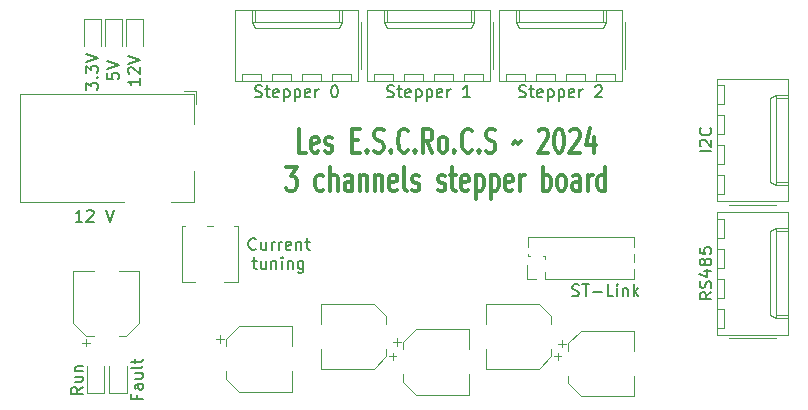
<source format=gbr>
%TF.GenerationSoftware,KiCad,Pcbnew,6.0.11+dfsg-1~bpo11+1*%
%TF.CreationDate,2023-06-12T22:03:45+02:00*%
%TF.ProjectId,motor_board_v3,6d6f746f-725f-4626-9f61-72645f76332e,rev?*%
%TF.SameCoordinates,PX87037a0PY50412a8*%
%TF.FileFunction,Legend,Top*%
%TF.FilePolarity,Positive*%
%FSLAX46Y46*%
G04 Gerber Fmt 4.6, Leading zero omitted, Abs format (unit mm)*
G04 Created by KiCad (PCBNEW 6.0.11+dfsg-1~bpo11+1) date 2023-06-12 22:03:45*
%MOMM*%
%LPD*%
G01*
G04 APERTURE LIST*
%ADD10C,0.300000*%
%ADD11C,0.150000*%
%ADD12C,0.120000*%
G04 APERTURE END LIST*
D10*
X10772333Y-7597761D02*
X10105666Y-7597761D01*
X10105666Y-5597761D01*
X11772333Y-7502523D02*
X11639000Y-7597761D01*
X11372333Y-7597761D01*
X11239000Y-7502523D01*
X11172333Y-7312047D01*
X11172333Y-6550142D01*
X11239000Y-6359666D01*
X11372333Y-6264428D01*
X11639000Y-6264428D01*
X11772333Y-6359666D01*
X11839000Y-6550142D01*
X11839000Y-6740619D01*
X11172333Y-6931095D01*
X12372333Y-7502523D02*
X12505666Y-7597761D01*
X12772333Y-7597761D01*
X12905666Y-7502523D01*
X12972333Y-7312047D01*
X12972333Y-7216809D01*
X12905666Y-7026333D01*
X12772333Y-6931095D01*
X12572333Y-6931095D01*
X12439000Y-6835857D01*
X12372333Y-6645380D01*
X12372333Y-6550142D01*
X12439000Y-6359666D01*
X12572333Y-6264428D01*
X12772333Y-6264428D01*
X12905666Y-6359666D01*
X14639000Y-6550142D02*
X15105666Y-6550142D01*
X15305666Y-7597761D02*
X14639000Y-7597761D01*
X14639000Y-5597761D01*
X15305666Y-5597761D01*
X15905666Y-7407285D02*
X15972333Y-7502523D01*
X15905666Y-7597761D01*
X15839000Y-7502523D01*
X15905666Y-7407285D01*
X15905666Y-7597761D01*
X16505666Y-7502523D02*
X16705666Y-7597761D01*
X17039000Y-7597761D01*
X17172333Y-7502523D01*
X17239000Y-7407285D01*
X17305666Y-7216809D01*
X17305666Y-7026333D01*
X17239000Y-6835857D01*
X17172333Y-6740619D01*
X17039000Y-6645380D01*
X16772333Y-6550142D01*
X16639000Y-6454904D01*
X16572333Y-6359666D01*
X16505666Y-6169190D01*
X16505666Y-5978714D01*
X16572333Y-5788238D01*
X16639000Y-5693000D01*
X16772333Y-5597761D01*
X17105666Y-5597761D01*
X17305666Y-5693000D01*
X17905666Y-7407285D02*
X17972333Y-7502523D01*
X17905666Y-7597761D01*
X17839000Y-7502523D01*
X17905666Y-7407285D01*
X17905666Y-7597761D01*
X19372333Y-7407285D02*
X19305666Y-7502523D01*
X19105666Y-7597761D01*
X18972333Y-7597761D01*
X18772333Y-7502523D01*
X18639000Y-7312047D01*
X18572333Y-7121571D01*
X18505666Y-6740619D01*
X18505666Y-6454904D01*
X18572333Y-6073952D01*
X18639000Y-5883476D01*
X18772333Y-5693000D01*
X18972333Y-5597761D01*
X19105666Y-5597761D01*
X19305666Y-5693000D01*
X19372333Y-5788238D01*
X19972333Y-7407285D02*
X20039000Y-7502523D01*
X19972333Y-7597761D01*
X19905666Y-7502523D01*
X19972333Y-7407285D01*
X19972333Y-7597761D01*
X21439000Y-7597761D02*
X20972333Y-6645380D01*
X20639000Y-7597761D02*
X20639000Y-5597761D01*
X21172333Y-5597761D01*
X21305666Y-5693000D01*
X21372333Y-5788238D01*
X21439000Y-5978714D01*
X21439000Y-6264428D01*
X21372333Y-6454904D01*
X21305666Y-6550142D01*
X21172333Y-6645380D01*
X20639000Y-6645380D01*
X22239000Y-7597761D02*
X22105666Y-7502523D01*
X22039000Y-7407285D01*
X21972333Y-7216809D01*
X21972333Y-6645380D01*
X22039000Y-6454904D01*
X22105666Y-6359666D01*
X22239000Y-6264428D01*
X22439000Y-6264428D01*
X22572333Y-6359666D01*
X22639000Y-6454904D01*
X22705666Y-6645380D01*
X22705666Y-7216809D01*
X22639000Y-7407285D01*
X22572333Y-7502523D01*
X22439000Y-7597761D01*
X22239000Y-7597761D01*
X23305666Y-7407285D02*
X23372333Y-7502523D01*
X23305666Y-7597761D01*
X23239000Y-7502523D01*
X23305666Y-7407285D01*
X23305666Y-7597761D01*
X24772333Y-7407285D02*
X24705666Y-7502523D01*
X24505666Y-7597761D01*
X24372333Y-7597761D01*
X24172333Y-7502523D01*
X24039000Y-7312047D01*
X23972333Y-7121571D01*
X23905666Y-6740619D01*
X23905666Y-6454904D01*
X23972333Y-6073952D01*
X24039000Y-5883476D01*
X24172333Y-5693000D01*
X24372333Y-5597761D01*
X24505666Y-5597761D01*
X24705666Y-5693000D01*
X24772333Y-5788238D01*
X25372333Y-7407285D02*
X25439000Y-7502523D01*
X25372333Y-7597761D01*
X25305666Y-7502523D01*
X25372333Y-7407285D01*
X25372333Y-7597761D01*
X25972333Y-7502523D02*
X26172333Y-7597761D01*
X26505666Y-7597761D01*
X26639000Y-7502523D01*
X26705666Y-7407285D01*
X26772333Y-7216809D01*
X26772333Y-7026333D01*
X26705666Y-6835857D01*
X26639000Y-6740619D01*
X26505666Y-6645380D01*
X26239000Y-6550142D01*
X26105666Y-6454904D01*
X26039000Y-6359666D01*
X25972333Y-6169190D01*
X25972333Y-5978714D01*
X26039000Y-5788238D01*
X26105666Y-5693000D01*
X26239000Y-5597761D01*
X26572333Y-5597761D01*
X26772333Y-5693000D01*
X28239000Y-6835857D02*
X28305666Y-6740619D01*
X28439000Y-6645380D01*
X28705666Y-6835857D01*
X28839000Y-6740619D01*
X28905666Y-6645380D01*
X30439000Y-5788238D02*
X30505666Y-5693000D01*
X30639000Y-5597761D01*
X30972333Y-5597761D01*
X31105666Y-5693000D01*
X31172333Y-5788238D01*
X31239000Y-5978714D01*
X31239000Y-6169190D01*
X31172333Y-6454904D01*
X30372333Y-7597761D01*
X31239000Y-7597761D01*
X32105666Y-5597761D02*
X32239000Y-5597761D01*
X32372333Y-5693000D01*
X32439000Y-5788238D01*
X32505666Y-5978714D01*
X32572333Y-6359666D01*
X32572333Y-6835857D01*
X32505666Y-7216809D01*
X32439000Y-7407285D01*
X32372333Y-7502523D01*
X32239000Y-7597761D01*
X32105666Y-7597761D01*
X31972333Y-7502523D01*
X31905666Y-7407285D01*
X31839000Y-7216809D01*
X31772333Y-6835857D01*
X31772333Y-6359666D01*
X31839000Y-5978714D01*
X31905666Y-5788238D01*
X31972333Y-5693000D01*
X32105666Y-5597761D01*
X33105666Y-5788238D02*
X33172333Y-5693000D01*
X33305666Y-5597761D01*
X33639000Y-5597761D01*
X33772333Y-5693000D01*
X33839000Y-5788238D01*
X33905666Y-5978714D01*
X33905666Y-6169190D01*
X33839000Y-6454904D01*
X33039000Y-7597761D01*
X33905666Y-7597761D01*
X35105666Y-6264428D02*
X35105666Y-7597761D01*
X34772333Y-5502523D02*
X34439000Y-6931095D01*
X35305666Y-6931095D01*
X9072333Y-8817761D02*
X9939000Y-8817761D01*
X9472333Y-9579666D01*
X9672333Y-9579666D01*
X9805666Y-9674904D01*
X9872333Y-9770142D01*
X9939000Y-9960619D01*
X9939000Y-10436809D01*
X9872333Y-10627285D01*
X9805666Y-10722523D01*
X9672333Y-10817761D01*
X9272333Y-10817761D01*
X9139000Y-10722523D01*
X9072333Y-10627285D01*
X12205666Y-10722523D02*
X12072333Y-10817761D01*
X11805666Y-10817761D01*
X11672333Y-10722523D01*
X11605666Y-10627285D01*
X11539000Y-10436809D01*
X11539000Y-9865380D01*
X11605666Y-9674904D01*
X11672333Y-9579666D01*
X11805666Y-9484428D01*
X12072333Y-9484428D01*
X12205666Y-9579666D01*
X12805666Y-10817761D02*
X12805666Y-8817761D01*
X13405666Y-10817761D02*
X13405666Y-9770142D01*
X13339000Y-9579666D01*
X13205666Y-9484428D01*
X13005666Y-9484428D01*
X12872333Y-9579666D01*
X12805666Y-9674904D01*
X14672333Y-10817761D02*
X14672333Y-9770142D01*
X14605666Y-9579666D01*
X14472333Y-9484428D01*
X14205666Y-9484428D01*
X14072333Y-9579666D01*
X14672333Y-10722523D02*
X14539000Y-10817761D01*
X14205666Y-10817761D01*
X14072333Y-10722523D01*
X14005666Y-10532047D01*
X14005666Y-10341571D01*
X14072333Y-10151095D01*
X14205666Y-10055857D01*
X14539000Y-10055857D01*
X14672333Y-9960619D01*
X15339000Y-9484428D02*
X15339000Y-10817761D01*
X15339000Y-9674904D02*
X15405666Y-9579666D01*
X15539000Y-9484428D01*
X15739000Y-9484428D01*
X15872333Y-9579666D01*
X15939000Y-9770142D01*
X15939000Y-10817761D01*
X16605666Y-9484428D02*
X16605666Y-10817761D01*
X16605666Y-9674904D02*
X16672333Y-9579666D01*
X16805666Y-9484428D01*
X17005666Y-9484428D01*
X17139000Y-9579666D01*
X17205666Y-9770142D01*
X17205666Y-10817761D01*
X18405666Y-10722523D02*
X18272333Y-10817761D01*
X18005666Y-10817761D01*
X17872333Y-10722523D01*
X17805666Y-10532047D01*
X17805666Y-9770142D01*
X17872333Y-9579666D01*
X18005666Y-9484428D01*
X18272333Y-9484428D01*
X18405666Y-9579666D01*
X18472333Y-9770142D01*
X18472333Y-9960619D01*
X17805666Y-10151095D01*
X19272333Y-10817761D02*
X19139000Y-10722523D01*
X19072333Y-10532047D01*
X19072333Y-8817761D01*
X19739000Y-10722523D02*
X19872333Y-10817761D01*
X20139000Y-10817761D01*
X20272333Y-10722523D01*
X20339000Y-10532047D01*
X20339000Y-10436809D01*
X20272333Y-10246333D01*
X20139000Y-10151095D01*
X19939000Y-10151095D01*
X19805666Y-10055857D01*
X19739000Y-9865380D01*
X19739000Y-9770142D01*
X19805666Y-9579666D01*
X19939000Y-9484428D01*
X20139000Y-9484428D01*
X20272333Y-9579666D01*
X21939000Y-10722523D02*
X22072333Y-10817761D01*
X22339000Y-10817761D01*
X22472333Y-10722523D01*
X22539000Y-10532047D01*
X22539000Y-10436809D01*
X22472333Y-10246333D01*
X22339000Y-10151095D01*
X22139000Y-10151095D01*
X22005666Y-10055857D01*
X21939000Y-9865380D01*
X21939000Y-9770142D01*
X22005666Y-9579666D01*
X22139000Y-9484428D01*
X22339000Y-9484428D01*
X22472333Y-9579666D01*
X22939000Y-9484428D02*
X23472333Y-9484428D01*
X23139000Y-8817761D02*
X23139000Y-10532047D01*
X23205666Y-10722523D01*
X23339000Y-10817761D01*
X23472333Y-10817761D01*
X24472333Y-10722523D02*
X24339000Y-10817761D01*
X24072333Y-10817761D01*
X23939000Y-10722523D01*
X23872333Y-10532047D01*
X23872333Y-9770142D01*
X23939000Y-9579666D01*
X24072333Y-9484428D01*
X24339000Y-9484428D01*
X24472333Y-9579666D01*
X24539000Y-9770142D01*
X24539000Y-9960619D01*
X23872333Y-10151095D01*
X25139000Y-9484428D02*
X25139000Y-11484428D01*
X25139000Y-9579666D02*
X25272333Y-9484428D01*
X25539000Y-9484428D01*
X25672333Y-9579666D01*
X25739000Y-9674904D01*
X25805666Y-9865380D01*
X25805666Y-10436809D01*
X25739000Y-10627285D01*
X25672333Y-10722523D01*
X25539000Y-10817761D01*
X25272333Y-10817761D01*
X25139000Y-10722523D01*
X26405666Y-9484428D02*
X26405666Y-11484428D01*
X26405666Y-9579666D02*
X26539000Y-9484428D01*
X26805666Y-9484428D01*
X26939000Y-9579666D01*
X27005666Y-9674904D01*
X27072333Y-9865380D01*
X27072333Y-10436809D01*
X27005666Y-10627285D01*
X26939000Y-10722523D01*
X26805666Y-10817761D01*
X26539000Y-10817761D01*
X26405666Y-10722523D01*
X28205666Y-10722523D02*
X28072333Y-10817761D01*
X27805666Y-10817761D01*
X27672333Y-10722523D01*
X27605666Y-10532047D01*
X27605666Y-9770142D01*
X27672333Y-9579666D01*
X27805666Y-9484428D01*
X28072333Y-9484428D01*
X28205666Y-9579666D01*
X28272333Y-9770142D01*
X28272333Y-9960619D01*
X27605666Y-10151095D01*
X28872333Y-10817761D02*
X28872333Y-9484428D01*
X28872333Y-9865380D02*
X28939000Y-9674904D01*
X29005666Y-9579666D01*
X29139000Y-9484428D01*
X29272333Y-9484428D01*
X30805666Y-10817761D02*
X30805666Y-8817761D01*
X30805666Y-9579666D02*
X30939000Y-9484428D01*
X31205666Y-9484428D01*
X31339000Y-9579666D01*
X31405666Y-9674904D01*
X31472333Y-9865380D01*
X31472333Y-10436809D01*
X31405666Y-10627285D01*
X31339000Y-10722523D01*
X31205666Y-10817761D01*
X30939000Y-10817761D01*
X30805666Y-10722523D01*
X32272333Y-10817761D02*
X32139000Y-10722523D01*
X32072333Y-10627285D01*
X32005666Y-10436809D01*
X32005666Y-9865380D01*
X32072333Y-9674904D01*
X32139000Y-9579666D01*
X32272333Y-9484428D01*
X32472333Y-9484428D01*
X32605666Y-9579666D01*
X32672333Y-9674904D01*
X32739000Y-9865380D01*
X32739000Y-10436809D01*
X32672333Y-10627285D01*
X32605666Y-10722523D01*
X32472333Y-10817761D01*
X32272333Y-10817761D01*
X33939000Y-10817761D02*
X33939000Y-9770142D01*
X33872333Y-9579666D01*
X33739000Y-9484428D01*
X33472333Y-9484428D01*
X33339000Y-9579666D01*
X33939000Y-10722523D02*
X33805666Y-10817761D01*
X33472333Y-10817761D01*
X33339000Y-10722523D01*
X33272333Y-10532047D01*
X33272333Y-10341571D01*
X33339000Y-10151095D01*
X33472333Y-10055857D01*
X33805666Y-10055857D01*
X33939000Y-9960619D01*
X34605666Y-10817761D02*
X34605666Y-9484428D01*
X34605666Y-9865380D02*
X34672333Y-9674904D01*
X34739000Y-9579666D01*
X34872333Y-9484428D01*
X35005666Y-9484428D01*
X36072333Y-10817761D02*
X36072333Y-8817761D01*
X36072333Y-10722523D02*
X35939000Y-10817761D01*
X35672333Y-10817761D01*
X35539000Y-10722523D01*
X35472333Y-10627285D01*
X35405666Y-10436809D01*
X35405666Y-9865380D01*
X35472333Y-9674904D01*
X35539000Y-9579666D01*
X35672333Y-9484428D01*
X35939000Y-9484428D01*
X36072333Y-9579666D01*
D11*
X45062380Y-19423238D02*
X44586190Y-19756571D01*
X45062380Y-19994666D02*
X44062380Y-19994666D01*
X44062380Y-19613714D01*
X44110000Y-19518476D01*
X44157619Y-19470857D01*
X44252857Y-19423238D01*
X44395714Y-19423238D01*
X44490952Y-19470857D01*
X44538571Y-19518476D01*
X44586190Y-19613714D01*
X44586190Y-19994666D01*
X45014761Y-19042285D02*
X45062380Y-18899428D01*
X45062380Y-18661333D01*
X45014761Y-18566095D01*
X44967142Y-18518476D01*
X44871904Y-18470857D01*
X44776666Y-18470857D01*
X44681428Y-18518476D01*
X44633809Y-18566095D01*
X44586190Y-18661333D01*
X44538571Y-18851809D01*
X44490952Y-18947047D01*
X44443333Y-18994666D01*
X44348095Y-19042285D01*
X44252857Y-19042285D01*
X44157619Y-18994666D01*
X44110000Y-18947047D01*
X44062380Y-18851809D01*
X44062380Y-18613714D01*
X44110000Y-18470857D01*
X44395714Y-17613714D02*
X45062380Y-17613714D01*
X44014761Y-17851809D02*
X44729047Y-18089904D01*
X44729047Y-17470857D01*
X44490952Y-16947047D02*
X44443333Y-17042285D01*
X44395714Y-17089904D01*
X44300476Y-17137523D01*
X44252857Y-17137523D01*
X44157619Y-17089904D01*
X44110000Y-17042285D01*
X44062380Y-16947047D01*
X44062380Y-16756571D01*
X44110000Y-16661333D01*
X44157619Y-16613714D01*
X44252857Y-16566095D01*
X44300476Y-16566095D01*
X44395714Y-16613714D01*
X44443333Y-16661333D01*
X44490952Y-16756571D01*
X44490952Y-16947047D01*
X44538571Y-17042285D01*
X44586190Y-17089904D01*
X44681428Y-17137523D01*
X44871904Y-17137523D01*
X44967142Y-17089904D01*
X45014761Y-17042285D01*
X45062380Y-16947047D01*
X45062380Y-16756571D01*
X45014761Y-16661333D01*
X44967142Y-16613714D01*
X44871904Y-16566095D01*
X44681428Y-16566095D01*
X44586190Y-16613714D01*
X44538571Y-16661333D01*
X44490952Y-16756571D01*
X44062380Y-15661333D02*
X44062380Y-16137523D01*
X44538571Y-16185142D01*
X44490952Y-16137523D01*
X44443333Y-16042285D01*
X44443333Y-15804190D01*
X44490952Y-15708952D01*
X44538571Y-15661333D01*
X44633809Y-15613714D01*
X44871904Y-15613714D01*
X44967142Y-15661333D01*
X45014761Y-15708952D01*
X45062380Y-15804190D01*
X45062380Y-16042285D01*
X45014761Y-16137523D01*
X44967142Y-16185142D01*
X45062380Y-7501190D02*
X44062380Y-7501190D01*
X44157619Y-7072619D02*
X44110000Y-7025000D01*
X44062380Y-6929761D01*
X44062380Y-6691666D01*
X44110000Y-6596428D01*
X44157619Y-6548809D01*
X44252857Y-6501190D01*
X44348095Y-6501190D01*
X44490952Y-6548809D01*
X45062380Y-7120238D01*
X45062380Y-6501190D01*
X44967142Y-5501190D02*
X45014761Y-5548809D01*
X45062380Y-5691666D01*
X45062380Y-5786904D01*
X45014761Y-5929761D01*
X44919523Y-6025000D01*
X44824285Y-6072619D01*
X44633809Y-6120238D01*
X44490952Y-6120238D01*
X44300476Y-6072619D01*
X44205238Y-6025000D01*
X44110000Y-5929761D01*
X44062380Y-5786904D01*
X44062380Y-5691666D01*
X44110000Y-5548809D01*
X44157619Y-5501190D01*
X33282285Y-19708761D02*
X33425142Y-19756380D01*
X33663238Y-19756380D01*
X33758476Y-19708761D01*
X33806095Y-19661142D01*
X33853714Y-19565904D01*
X33853714Y-19470666D01*
X33806095Y-19375428D01*
X33758476Y-19327809D01*
X33663238Y-19280190D01*
X33472761Y-19232571D01*
X33377523Y-19184952D01*
X33329904Y-19137333D01*
X33282285Y-19042095D01*
X33282285Y-18946857D01*
X33329904Y-18851619D01*
X33377523Y-18804000D01*
X33472761Y-18756380D01*
X33710857Y-18756380D01*
X33853714Y-18804000D01*
X34139428Y-18756380D02*
X34710857Y-18756380D01*
X34425142Y-19756380D02*
X34425142Y-18756380D01*
X35044190Y-19375428D02*
X35806095Y-19375428D01*
X36758476Y-19756380D02*
X36282285Y-19756380D01*
X36282285Y-18756380D01*
X37091809Y-19756380D02*
X37091809Y-19089714D01*
X37091809Y-18756380D02*
X37044190Y-18804000D01*
X37091809Y-18851619D01*
X37139428Y-18804000D01*
X37091809Y-18756380D01*
X37091809Y-18851619D01*
X37568000Y-19089714D02*
X37568000Y-19756380D01*
X37568000Y-19184952D02*
X37615619Y-19137333D01*
X37710857Y-19089714D01*
X37853714Y-19089714D01*
X37948952Y-19137333D01*
X37996571Y-19232571D01*
X37996571Y-19756380D01*
X38472761Y-19756380D02*
X38472761Y-18756380D01*
X38568000Y-19375428D02*
X38853714Y-19756380D01*
X38853714Y-19089714D02*
X38472761Y-19470666D01*
X6486428Y-15729142D02*
X6438809Y-15776761D01*
X6295952Y-15824380D01*
X6200714Y-15824380D01*
X6057857Y-15776761D01*
X5962619Y-15681523D01*
X5915000Y-15586285D01*
X5867380Y-15395809D01*
X5867380Y-15252952D01*
X5915000Y-15062476D01*
X5962619Y-14967238D01*
X6057857Y-14872000D01*
X6200714Y-14824380D01*
X6295952Y-14824380D01*
X6438809Y-14872000D01*
X6486428Y-14919619D01*
X7343571Y-15157714D02*
X7343571Y-15824380D01*
X6915000Y-15157714D02*
X6915000Y-15681523D01*
X6962619Y-15776761D01*
X7057857Y-15824380D01*
X7200714Y-15824380D01*
X7295952Y-15776761D01*
X7343571Y-15729142D01*
X7819761Y-15824380D02*
X7819761Y-15157714D01*
X7819761Y-15348190D02*
X7867380Y-15252952D01*
X7915000Y-15205333D01*
X8010238Y-15157714D01*
X8105476Y-15157714D01*
X8438809Y-15824380D02*
X8438809Y-15157714D01*
X8438809Y-15348190D02*
X8486428Y-15252952D01*
X8534047Y-15205333D01*
X8629285Y-15157714D01*
X8724523Y-15157714D01*
X9438809Y-15776761D02*
X9343571Y-15824380D01*
X9153095Y-15824380D01*
X9057857Y-15776761D01*
X9010238Y-15681523D01*
X9010238Y-15300571D01*
X9057857Y-15205333D01*
X9153095Y-15157714D01*
X9343571Y-15157714D01*
X9438809Y-15205333D01*
X9486428Y-15300571D01*
X9486428Y-15395809D01*
X9010238Y-15491047D01*
X9915000Y-15157714D02*
X9915000Y-15824380D01*
X9915000Y-15252952D02*
X9962619Y-15205333D01*
X10057857Y-15157714D01*
X10200714Y-15157714D01*
X10295952Y-15205333D01*
X10343571Y-15300571D01*
X10343571Y-15824380D01*
X10676904Y-15157714D02*
X11057857Y-15157714D01*
X10819761Y-14824380D02*
X10819761Y-15681523D01*
X10867380Y-15776761D01*
X10962619Y-15824380D01*
X11057857Y-15824380D01*
X6176904Y-16767714D02*
X6557857Y-16767714D01*
X6319761Y-16434380D02*
X6319761Y-17291523D01*
X6367380Y-17386761D01*
X6462619Y-17434380D01*
X6557857Y-17434380D01*
X7319761Y-16767714D02*
X7319761Y-17434380D01*
X6891190Y-16767714D02*
X6891190Y-17291523D01*
X6938809Y-17386761D01*
X7034047Y-17434380D01*
X7176904Y-17434380D01*
X7272142Y-17386761D01*
X7319761Y-17339142D01*
X7795952Y-16767714D02*
X7795952Y-17434380D01*
X7795952Y-16862952D02*
X7843571Y-16815333D01*
X7938809Y-16767714D01*
X8081666Y-16767714D01*
X8176904Y-16815333D01*
X8224523Y-16910571D01*
X8224523Y-17434380D01*
X8700714Y-17434380D02*
X8700714Y-16767714D01*
X8700714Y-16434380D02*
X8653095Y-16482000D01*
X8700714Y-16529619D01*
X8748333Y-16482000D01*
X8700714Y-16434380D01*
X8700714Y-16529619D01*
X9176904Y-16767714D02*
X9176904Y-17434380D01*
X9176904Y-16862952D02*
X9224523Y-16815333D01*
X9319761Y-16767714D01*
X9462619Y-16767714D01*
X9557857Y-16815333D01*
X9605476Y-16910571D01*
X9605476Y-17434380D01*
X10510238Y-16767714D02*
X10510238Y-17577238D01*
X10462619Y-17672476D01*
X10415000Y-17720095D01*
X10319761Y-17767714D01*
X10176904Y-17767714D01*
X10081666Y-17720095D01*
X10510238Y-17386761D02*
X10415000Y-17434380D01*
X10224523Y-17434380D01*
X10129285Y-17386761D01*
X10081666Y-17339142D01*
X10034047Y-17243904D01*
X10034047Y-16958190D01*
X10081666Y-16862952D01*
X10129285Y-16815333D01*
X10224523Y-16767714D01*
X10415000Y-16767714D01*
X10510238Y-16815333D01*
X-3594429Y-28154523D02*
X-3594429Y-28487857D01*
X-3070620Y-28487857D02*
X-4070620Y-28487857D01*
X-4070620Y-28011666D01*
X-3070620Y-27202142D02*
X-3594429Y-27202142D01*
X-3689667Y-27249761D01*
X-3737286Y-27345000D01*
X-3737286Y-27535476D01*
X-3689667Y-27630714D01*
X-3118239Y-27202142D02*
X-3070620Y-27297380D01*
X-3070620Y-27535476D01*
X-3118239Y-27630714D01*
X-3213477Y-27678333D01*
X-3308715Y-27678333D01*
X-3403953Y-27630714D01*
X-3451572Y-27535476D01*
X-3451572Y-27297380D01*
X-3499191Y-27202142D01*
X-3737286Y-26297380D02*
X-3070620Y-26297380D01*
X-3737286Y-26725952D02*
X-3213477Y-26725952D01*
X-3118239Y-26678333D01*
X-3070620Y-26583095D01*
X-3070620Y-26440238D01*
X-3118239Y-26345000D01*
X-3165858Y-26297380D01*
X-3070620Y-25678333D02*
X-3118239Y-25773571D01*
X-3213477Y-25821190D01*
X-4070620Y-25821190D01*
X-3737286Y-25440238D02*
X-3737286Y-25059285D01*
X-4070620Y-25297380D02*
X-3213477Y-25297380D01*
X-3118239Y-25249761D01*
X-3070620Y-25154523D01*
X-3070620Y-25059285D01*
X-8150620Y-27440238D02*
X-8626810Y-27773571D01*
X-8150620Y-28011666D02*
X-9150620Y-28011666D01*
X-9150620Y-27630714D01*
X-9103000Y-27535476D01*
X-9055381Y-27487857D01*
X-8960143Y-27440238D01*
X-8817286Y-27440238D01*
X-8722048Y-27487857D01*
X-8674429Y-27535476D01*
X-8626810Y-27630714D01*
X-8626810Y-28011666D01*
X-8817286Y-26583095D02*
X-8150620Y-26583095D01*
X-8817286Y-27011666D02*
X-8293477Y-27011666D01*
X-8198239Y-26964047D01*
X-8150620Y-26868809D01*
X-8150620Y-26725952D01*
X-8198239Y-26630714D01*
X-8245858Y-26583095D01*
X-8817286Y-26106904D02*
X-8150620Y-26106904D01*
X-8722048Y-26106904D02*
X-8769667Y-26059285D01*
X-8817286Y-25964047D01*
X-8817286Y-25821190D01*
X-8769667Y-25725952D01*
X-8674429Y-25678333D01*
X-8150620Y-25678333D01*
X-3324620Y-1302047D02*
X-3324620Y-1873476D01*
X-3324620Y-1587761D02*
X-4324620Y-1587761D01*
X-4181762Y-1683000D01*
X-4086524Y-1778238D01*
X-4038905Y-1873476D01*
X-4229381Y-921095D02*
X-4277000Y-873476D01*
X-4324620Y-778238D01*
X-4324620Y-540142D01*
X-4277000Y-444904D01*
X-4229381Y-397285D01*
X-4134143Y-349666D01*
X-4038905Y-349666D01*
X-3896048Y-397285D01*
X-3324620Y-968714D01*
X-3324620Y-349666D01*
X-4324620Y-63952D02*
X-3324620Y269381D01*
X-4324620Y602715D01*
X-6102620Y-873476D02*
X-6102620Y-1349666D01*
X-5626429Y-1397285D01*
X-5674048Y-1349666D01*
X-5721667Y-1254428D01*
X-5721667Y-1016333D01*
X-5674048Y-921095D01*
X-5626429Y-873476D01*
X-5531191Y-825857D01*
X-5293096Y-825857D01*
X-5197858Y-873476D01*
X-5150239Y-921095D01*
X-5102620Y-1016333D01*
X-5102620Y-1254428D01*
X-5150239Y-1349666D01*
X-5197858Y-1397285D01*
X-6102620Y-540142D02*
X-5102620Y-206809D01*
X-6102620Y126524D01*
X-7880620Y-2286190D02*
X-7880620Y-1667142D01*
X-7499667Y-2000476D01*
X-7499667Y-1857619D01*
X-7452048Y-1762380D01*
X-7404429Y-1714761D01*
X-7309191Y-1667142D01*
X-7071096Y-1667142D01*
X-6975858Y-1714761D01*
X-6928239Y-1762380D01*
X-6880620Y-1857619D01*
X-6880620Y-2143333D01*
X-6928239Y-2238571D01*
X-6975858Y-2286190D01*
X-6975858Y-1238571D02*
X-6928239Y-1190952D01*
X-6880620Y-1238571D01*
X-6928239Y-1286190D01*
X-6975858Y-1238571D01*
X-6880620Y-1238571D01*
X-7880620Y-857619D02*
X-7880620Y-238571D01*
X-7499667Y-571904D01*
X-7499667Y-429047D01*
X-7452048Y-333809D01*
X-7404429Y-286190D01*
X-7309191Y-238571D01*
X-7071096Y-238571D01*
X-6975858Y-286190D01*
X-6928239Y-333809D01*
X-6880620Y-429047D01*
X-6880620Y-714761D01*
X-6928239Y-810000D01*
X-6975858Y-857619D01*
X-7880620Y47143D02*
X-6880620Y380477D01*
X-7880620Y713810D01*
X-8206000Y-13454380D02*
X-8777429Y-13454380D01*
X-8491715Y-13454380D02*
X-8491715Y-12454380D01*
X-8586953Y-12597238D01*
X-8682191Y-12692476D01*
X-8777429Y-12740095D01*
X-7825048Y-12549619D02*
X-7777429Y-12502000D01*
X-7682191Y-12454380D01*
X-7444096Y-12454380D01*
X-7348858Y-12502000D01*
X-7301239Y-12549619D01*
X-7253620Y-12644857D01*
X-7253620Y-12740095D01*
X-7301239Y-12882952D01*
X-7872667Y-13454380D01*
X-7253620Y-13454380D01*
X-6206000Y-12454380D02*
X-5872667Y-13454380D01*
X-5539334Y-12454380D01*
X28791000Y-2865761D02*
X28933857Y-2913380D01*
X29171952Y-2913380D01*
X29267190Y-2865761D01*
X29314809Y-2818142D01*
X29362428Y-2722904D01*
X29362428Y-2627666D01*
X29314809Y-2532428D01*
X29267190Y-2484809D01*
X29171952Y-2437190D01*
X28981476Y-2389571D01*
X28886238Y-2341952D01*
X28838619Y-2294333D01*
X28791000Y-2199095D01*
X28791000Y-2103857D01*
X28838619Y-2008619D01*
X28886238Y-1961000D01*
X28981476Y-1913380D01*
X29219571Y-1913380D01*
X29362428Y-1961000D01*
X29648142Y-2246714D02*
X30029095Y-2246714D01*
X29791000Y-1913380D02*
X29791000Y-2770523D01*
X29838619Y-2865761D01*
X29933857Y-2913380D01*
X30029095Y-2913380D01*
X30743380Y-2865761D02*
X30648142Y-2913380D01*
X30457666Y-2913380D01*
X30362428Y-2865761D01*
X30314809Y-2770523D01*
X30314809Y-2389571D01*
X30362428Y-2294333D01*
X30457666Y-2246714D01*
X30648142Y-2246714D01*
X30743380Y-2294333D01*
X30791000Y-2389571D01*
X30791000Y-2484809D01*
X30314809Y-2580047D01*
X31219571Y-2246714D02*
X31219571Y-3246714D01*
X31219571Y-2294333D02*
X31314809Y-2246714D01*
X31505285Y-2246714D01*
X31600523Y-2294333D01*
X31648142Y-2341952D01*
X31695761Y-2437190D01*
X31695761Y-2722904D01*
X31648142Y-2818142D01*
X31600523Y-2865761D01*
X31505285Y-2913380D01*
X31314809Y-2913380D01*
X31219571Y-2865761D01*
X32124333Y-2246714D02*
X32124333Y-3246714D01*
X32124333Y-2294333D02*
X32219571Y-2246714D01*
X32410047Y-2246714D01*
X32505285Y-2294333D01*
X32552904Y-2341952D01*
X32600523Y-2437190D01*
X32600523Y-2722904D01*
X32552904Y-2818142D01*
X32505285Y-2865761D01*
X32410047Y-2913380D01*
X32219571Y-2913380D01*
X32124333Y-2865761D01*
X33410047Y-2865761D02*
X33314809Y-2913380D01*
X33124333Y-2913380D01*
X33029095Y-2865761D01*
X32981476Y-2770523D01*
X32981476Y-2389571D01*
X33029095Y-2294333D01*
X33124333Y-2246714D01*
X33314809Y-2246714D01*
X33410047Y-2294333D01*
X33457666Y-2389571D01*
X33457666Y-2484809D01*
X32981476Y-2580047D01*
X33886238Y-2913380D02*
X33886238Y-2246714D01*
X33886238Y-2437190D02*
X33933857Y-2341952D01*
X33981476Y-2294333D01*
X34076714Y-2246714D01*
X34171952Y-2246714D01*
X35219571Y-2008619D02*
X35267190Y-1961000D01*
X35362428Y-1913380D01*
X35600523Y-1913380D01*
X35695761Y-1961000D01*
X35743380Y-2008619D01*
X35791000Y-2103857D01*
X35791000Y-2199095D01*
X35743380Y-2341952D01*
X35171952Y-2913380D01*
X35791000Y-2913380D01*
X17615000Y-2865761D02*
X17757857Y-2913380D01*
X17995952Y-2913380D01*
X18091190Y-2865761D01*
X18138809Y-2818142D01*
X18186428Y-2722904D01*
X18186428Y-2627666D01*
X18138809Y-2532428D01*
X18091190Y-2484809D01*
X17995952Y-2437190D01*
X17805476Y-2389571D01*
X17710238Y-2341952D01*
X17662619Y-2294333D01*
X17615000Y-2199095D01*
X17615000Y-2103857D01*
X17662619Y-2008619D01*
X17710238Y-1961000D01*
X17805476Y-1913380D01*
X18043571Y-1913380D01*
X18186428Y-1961000D01*
X18472142Y-2246714D02*
X18853095Y-2246714D01*
X18615000Y-1913380D02*
X18615000Y-2770523D01*
X18662619Y-2865761D01*
X18757857Y-2913380D01*
X18853095Y-2913380D01*
X19567380Y-2865761D02*
X19472142Y-2913380D01*
X19281666Y-2913380D01*
X19186428Y-2865761D01*
X19138809Y-2770523D01*
X19138809Y-2389571D01*
X19186428Y-2294333D01*
X19281666Y-2246714D01*
X19472142Y-2246714D01*
X19567380Y-2294333D01*
X19615000Y-2389571D01*
X19615000Y-2484809D01*
X19138809Y-2580047D01*
X20043571Y-2246714D02*
X20043571Y-3246714D01*
X20043571Y-2294333D02*
X20138809Y-2246714D01*
X20329285Y-2246714D01*
X20424523Y-2294333D01*
X20472142Y-2341952D01*
X20519761Y-2437190D01*
X20519761Y-2722904D01*
X20472142Y-2818142D01*
X20424523Y-2865761D01*
X20329285Y-2913380D01*
X20138809Y-2913380D01*
X20043571Y-2865761D01*
X20948333Y-2246714D02*
X20948333Y-3246714D01*
X20948333Y-2294333D02*
X21043571Y-2246714D01*
X21234047Y-2246714D01*
X21329285Y-2294333D01*
X21376904Y-2341952D01*
X21424523Y-2437190D01*
X21424523Y-2722904D01*
X21376904Y-2818142D01*
X21329285Y-2865761D01*
X21234047Y-2913380D01*
X21043571Y-2913380D01*
X20948333Y-2865761D01*
X22234047Y-2865761D02*
X22138809Y-2913380D01*
X21948333Y-2913380D01*
X21853095Y-2865761D01*
X21805476Y-2770523D01*
X21805476Y-2389571D01*
X21853095Y-2294333D01*
X21948333Y-2246714D01*
X22138809Y-2246714D01*
X22234047Y-2294333D01*
X22281666Y-2389571D01*
X22281666Y-2484809D01*
X21805476Y-2580047D01*
X22710238Y-2913380D02*
X22710238Y-2246714D01*
X22710238Y-2437190D02*
X22757857Y-2341952D01*
X22805476Y-2294333D01*
X22900714Y-2246714D01*
X22995952Y-2246714D01*
X24615000Y-2913380D02*
X24043571Y-2913380D01*
X24329285Y-2913380D02*
X24329285Y-1913380D01*
X24234047Y-2056238D01*
X24138809Y-2151476D01*
X24043571Y-2199095D01*
X6439000Y-2865761D02*
X6581857Y-2913380D01*
X6819952Y-2913380D01*
X6915190Y-2865761D01*
X6962809Y-2818142D01*
X7010428Y-2722904D01*
X7010428Y-2627666D01*
X6962809Y-2532428D01*
X6915190Y-2484809D01*
X6819952Y-2437190D01*
X6629476Y-2389571D01*
X6534238Y-2341952D01*
X6486619Y-2294333D01*
X6439000Y-2199095D01*
X6439000Y-2103857D01*
X6486619Y-2008619D01*
X6534238Y-1961000D01*
X6629476Y-1913380D01*
X6867571Y-1913380D01*
X7010428Y-1961000D01*
X7296142Y-2246714D02*
X7677095Y-2246714D01*
X7439000Y-1913380D02*
X7439000Y-2770523D01*
X7486619Y-2865761D01*
X7581857Y-2913380D01*
X7677095Y-2913380D01*
X8391380Y-2865761D02*
X8296142Y-2913380D01*
X8105666Y-2913380D01*
X8010428Y-2865761D01*
X7962809Y-2770523D01*
X7962809Y-2389571D01*
X8010428Y-2294333D01*
X8105666Y-2246714D01*
X8296142Y-2246714D01*
X8391380Y-2294333D01*
X8439000Y-2389571D01*
X8439000Y-2484809D01*
X7962809Y-2580047D01*
X8867571Y-2246714D02*
X8867571Y-3246714D01*
X8867571Y-2294333D02*
X8962809Y-2246714D01*
X9153285Y-2246714D01*
X9248523Y-2294333D01*
X9296142Y-2341952D01*
X9343761Y-2437190D01*
X9343761Y-2722904D01*
X9296142Y-2818142D01*
X9248523Y-2865761D01*
X9153285Y-2913380D01*
X8962809Y-2913380D01*
X8867571Y-2865761D01*
X9772333Y-2246714D02*
X9772333Y-3246714D01*
X9772333Y-2294333D02*
X9867571Y-2246714D01*
X10058047Y-2246714D01*
X10153285Y-2294333D01*
X10200904Y-2341952D01*
X10248523Y-2437190D01*
X10248523Y-2722904D01*
X10200904Y-2818142D01*
X10153285Y-2865761D01*
X10058047Y-2913380D01*
X9867571Y-2913380D01*
X9772333Y-2865761D01*
X11058047Y-2865761D02*
X10962809Y-2913380D01*
X10772333Y-2913380D01*
X10677095Y-2865761D01*
X10629476Y-2770523D01*
X10629476Y-2389571D01*
X10677095Y-2294333D01*
X10772333Y-2246714D01*
X10962809Y-2246714D01*
X11058047Y-2294333D01*
X11105666Y-2389571D01*
X11105666Y-2484809D01*
X10629476Y-2580047D01*
X11534238Y-2913380D02*
X11534238Y-2246714D01*
X11534238Y-2437190D02*
X11581857Y-2341952D01*
X11629476Y-2294333D01*
X11724714Y-2246714D01*
X11819952Y-2246714D01*
X13105666Y-1913380D02*
X13200904Y-1913380D01*
X13296142Y-1961000D01*
X13343761Y-2008619D01*
X13391380Y-2103857D01*
X13439000Y-2294333D01*
X13439000Y-2532428D01*
X13391380Y-2722904D01*
X13343761Y-2818142D01*
X13296142Y-2865761D01*
X13200904Y-2913380D01*
X13105666Y-2913380D01*
X13010428Y-2865761D01*
X12962809Y-2818142D01*
X12915190Y-2722904D01*
X12867571Y-2532428D01*
X12867571Y-2294333D01*
X12915190Y-2103857D01*
X12962809Y-2008619D01*
X13010428Y-1961000D01*
X13105666Y-1913380D01*
D12*
%TO.C,J1*%
X38541000Y-18275000D02*
X38541000Y-17452530D01*
X30226000Y-18275000D02*
X29466000Y-18275000D01*
X30986000Y-16581529D02*
X30986000Y-16438471D01*
X30986000Y-18275000D02*
X30986000Y-17708471D01*
X29531000Y-15567470D02*
X29531000Y-14745000D01*
X29531000Y-16385000D02*
X29531000Y-16182530D01*
X29466000Y-18275000D02*
X29466000Y-17145000D01*
X29662529Y-16385000D02*
X29531000Y-16385000D01*
X29531000Y-14745000D02*
X38541000Y-14745000D01*
X30986000Y-18275000D02*
X38541000Y-18275000D01*
X30932529Y-16385000D02*
X30789471Y-16385000D01*
X38541000Y-15567470D02*
X38541000Y-14745000D01*
X38541000Y-16837470D02*
X38541000Y-16182530D01*
%TO.C,D3*%
X-4820000Y3723000D02*
X-6290000Y3723000D01*
X-6290000Y3723000D02*
X-6290000Y1438000D01*
X-4820000Y1438000D02*
X-4820000Y3723000D01*
%TO.C,D1*%
X-4439000Y-27949000D02*
X-4439000Y-25664000D01*
X-5909000Y-25664000D02*
X-5909000Y-27949000D01*
X-5909000Y-27949000D02*
X-4439000Y-27949000D01*
%TO.C,J6*%
X25725000Y-1534000D02*
X25725000Y-934000D01*
X24675000Y4486000D02*
X24675000Y3486000D01*
X24675000Y2956000D02*
X17555000Y2956000D01*
X26305000Y4486000D02*
X15925000Y4486000D01*
X19045000Y-934000D02*
X19045000Y-1534000D01*
X26305000Y-1534000D02*
X26305000Y4486000D01*
X17555000Y2956000D02*
X17305000Y3486000D01*
X15925000Y-1534000D02*
X26305000Y-1534000D01*
X24125000Y-934000D02*
X24125000Y-1534000D01*
X16505000Y-934000D02*
X16505000Y-1534000D01*
X20645000Y-934000D02*
X19045000Y-934000D01*
X24925000Y3486000D02*
X17305000Y3486000D01*
X24925000Y3486000D02*
X24675000Y2956000D01*
X21585000Y-934000D02*
X21585000Y-1534000D01*
X18105000Y-934000D02*
X16505000Y-934000D01*
X15925000Y4486000D02*
X15925000Y-1534000D01*
X20645000Y-1534000D02*
X20645000Y-934000D01*
X26595000Y-504000D02*
X26595000Y3496000D01*
X23185000Y-1534000D02*
X23185000Y-934000D01*
X17555000Y4486000D02*
X17555000Y3486000D01*
X23185000Y-934000D02*
X21585000Y-934000D01*
X17305000Y3486000D02*
X17305000Y4486000D01*
X18105000Y-1534000D02*
X18105000Y-934000D01*
X25725000Y-934000D02*
X24125000Y-934000D01*
X24925000Y4486000D02*
X24925000Y3486000D01*
%TO.C,C5*%
X-7875000Y-23993000D02*
X-7875000Y-23368000D01*
X-8950000Y-22063563D02*
X-8950000Y-17608000D01*
X-8950000Y-17608000D02*
X-7250000Y-17608000D01*
X-8187500Y-23680500D02*
X-7562500Y-23680500D01*
X-4494437Y-23128000D02*
X-5130000Y-23128000D01*
X-7885563Y-23128000D02*
X-7250000Y-23128000D01*
X-3430000Y-22063563D02*
X-3430000Y-17608000D01*
X-7885563Y-23128000D02*
X-8950000Y-22063563D01*
X-3430000Y-17608000D02*
X-5130000Y-17608000D01*
X-4494437Y-23128000D02*
X-3430000Y-22063563D01*
%TO.C,C31*%
X25975000Y-25922000D02*
X25975000Y-24222000D01*
X25975000Y-20402000D02*
X25975000Y-22102000D01*
X31495000Y-24857563D02*
X30430563Y-25922000D01*
X30430563Y-25922000D02*
X25975000Y-25922000D01*
X31495000Y-24857563D02*
X31495000Y-24222000D01*
X30430563Y-20402000D02*
X25975000Y-20402000D01*
X31495000Y-21466437D02*
X30430563Y-20402000D01*
X32360000Y-24847000D02*
X31735000Y-24847000D01*
X31495000Y-21466437D02*
X31495000Y-22102000D01*
X32047500Y-25159500D02*
X32047500Y-24534500D01*
%TO.C,J4*%
X46117000Y-19898000D02*
X46117000Y-18298000D01*
X50537000Y-21638000D02*
X50007000Y-21388000D01*
X46117000Y-17358000D02*
X46117000Y-15758000D01*
X46117000Y-13218000D02*
X45517000Y-13218000D01*
X45517000Y-19898000D02*
X46117000Y-19898000D01*
X51537000Y-14268000D02*
X50537000Y-14268000D01*
X45517000Y-14818000D02*
X46117000Y-14818000D01*
X45517000Y-17358000D02*
X46117000Y-17358000D01*
X46117000Y-22438000D02*
X46117000Y-20838000D01*
X50537000Y-21638000D02*
X50537000Y-14018000D01*
X46117000Y-15758000D02*
X45517000Y-15758000D01*
X46117000Y-18298000D02*
X45517000Y-18298000D01*
X46547000Y-23308000D02*
X50547000Y-23308000D01*
X51537000Y-21388000D02*
X50537000Y-21388000D01*
X46117000Y-20838000D02*
X45517000Y-20838000D01*
X50007000Y-14268000D02*
X50537000Y-14018000D01*
X51537000Y-12638000D02*
X45517000Y-12638000D01*
X45517000Y-22438000D02*
X46117000Y-22438000D01*
X51537000Y-21638000D02*
X50537000Y-21638000D01*
X45517000Y-23018000D02*
X51537000Y-23018000D01*
X50007000Y-21388000D02*
X50007000Y-14268000D01*
X51537000Y-23018000D02*
X51537000Y-12638000D01*
X50537000Y-14018000D02*
X51537000Y-14018000D01*
X46117000Y-14818000D02*
X46117000Y-13218000D01*
X45517000Y-12638000D02*
X45517000Y-23018000D01*
%TO.C,RV1*%
X4613000Y-13807000D02*
X4943000Y-13807000D01*
X203000Y-13807000D02*
X203000Y-18547000D01*
X4943000Y-13807000D02*
X4943000Y-18547000D01*
X203000Y-18547000D02*
X1333000Y-18547000D01*
X203000Y-13807000D02*
X534000Y-13807000D01*
X3813000Y-18547000D02*
X4943000Y-18547000D01*
X2314000Y-13807000D02*
X2833000Y-13807000D01*
%TO.C,D4*%
X-6598000Y3723000D02*
X-8068000Y3723000D01*
X-8068000Y3723000D02*
X-8068000Y1438000D01*
X-6598000Y1438000D02*
X-6598000Y3723000D01*
%TO.C,C3*%
X34024437Y-28208000D02*
X38480000Y-28208000D01*
X38480000Y-28208000D02*
X38480000Y-26508000D01*
X38480000Y-22688000D02*
X38480000Y-24388000D01*
X32407500Y-23450500D02*
X32407500Y-24075500D01*
X32960000Y-23752437D02*
X34024437Y-22688000D01*
X32960000Y-27143563D02*
X34024437Y-28208000D01*
X32960000Y-23752437D02*
X32960000Y-24388000D01*
X32960000Y-27143563D02*
X32960000Y-26508000D01*
X34024437Y-22688000D02*
X38480000Y-22688000D01*
X32095000Y-23763000D02*
X32720000Y-23763000D01*
%TO.C,C32*%
X24510000Y-22561000D02*
X24510000Y-24261000D01*
X18990000Y-27016563D02*
X18990000Y-26381000D01*
X18990000Y-27016563D02*
X20054437Y-28081000D01*
X18437500Y-23323500D02*
X18437500Y-23948500D01*
X18990000Y-23625437D02*
X20054437Y-22561000D01*
X18125000Y-23636000D02*
X18750000Y-23636000D01*
X20054437Y-28081000D02*
X24510000Y-28081000D01*
X18990000Y-23625437D02*
X18990000Y-24261000D01*
X24510000Y-28081000D02*
X24510000Y-26381000D01*
X20054437Y-22561000D02*
X24510000Y-22561000D01*
%TO.C,J3*%
X45537000Y-11135000D02*
X46137000Y-11135000D01*
X51557000Y-2965000D02*
X50557000Y-2965000D01*
X50027000Y-10085000D02*
X50027000Y-2965000D01*
X50557000Y-10335000D02*
X50027000Y-10085000D01*
X46137000Y-11135000D02*
X46137000Y-9535000D01*
X45537000Y-11715000D02*
X51557000Y-11715000D01*
X45537000Y-8595000D02*
X46137000Y-8595000D01*
X50557000Y-10335000D02*
X50557000Y-2715000D01*
X45537000Y-6055000D02*
X46137000Y-6055000D01*
X50557000Y-2715000D02*
X51557000Y-2715000D01*
X46137000Y-8595000D02*
X46137000Y-6995000D01*
X46137000Y-6995000D02*
X45537000Y-6995000D01*
X51557000Y-10335000D02*
X50557000Y-10335000D01*
X51557000Y-1335000D02*
X45537000Y-1335000D01*
X46567000Y-12005000D02*
X50567000Y-12005000D01*
X45537000Y-1335000D02*
X45537000Y-11715000D01*
X46137000Y-4455000D02*
X45537000Y-4455000D01*
X46137000Y-1915000D02*
X45537000Y-1915000D01*
X50027000Y-2965000D02*
X50557000Y-2715000D01*
X45537000Y-3515000D02*
X46137000Y-3515000D01*
X46137000Y-3515000D02*
X46137000Y-1915000D01*
X51557000Y-10085000D02*
X50557000Y-10085000D01*
X46137000Y-6055000D02*
X46137000Y-4455000D01*
X51557000Y-11715000D02*
X51557000Y-1335000D01*
X46137000Y-9535000D02*
X45537000Y-9535000D01*
%TO.C,D8*%
X-3042000Y1438000D02*
X-3042000Y3723000D01*
X-3042000Y3723000D02*
X-4512000Y3723000D01*
X-4512000Y3723000D02*
X-4512000Y1438000D01*
%TO.C,J7*%
X37481000Y-1534000D02*
X37481000Y4486000D01*
X30221000Y-934000D02*
X30221000Y-1534000D01*
X27101000Y4486000D02*
X27101000Y-1534000D01*
X37771000Y-504000D02*
X37771000Y3496000D01*
X29281000Y-1534000D02*
X29281000Y-934000D01*
X27681000Y-934000D02*
X27681000Y-1534000D01*
X28731000Y2956000D02*
X28481000Y3486000D01*
X34361000Y-1534000D02*
X34361000Y-934000D01*
X36901000Y-934000D02*
X35301000Y-934000D01*
X34361000Y-934000D02*
X32761000Y-934000D01*
X27101000Y-1534000D02*
X37481000Y-1534000D01*
X29281000Y-934000D02*
X27681000Y-934000D01*
X32761000Y-934000D02*
X32761000Y-1534000D01*
X36101000Y4486000D02*
X36101000Y3486000D01*
X36901000Y-1534000D02*
X36901000Y-934000D01*
X36101000Y3486000D02*
X35851000Y2956000D01*
X35301000Y-934000D02*
X35301000Y-1534000D01*
X31821000Y-934000D02*
X30221000Y-934000D01*
X28481000Y3486000D02*
X28481000Y4486000D01*
X31821000Y-1534000D02*
X31821000Y-934000D01*
X35851000Y4486000D02*
X35851000Y3486000D01*
X37481000Y4486000D02*
X27101000Y4486000D01*
X36101000Y3486000D02*
X28481000Y3486000D01*
X28731000Y4486000D02*
X28731000Y3486000D01*
X35851000Y2956000D02*
X28731000Y2956000D01*
%TO.C,J5*%
X14549000Y-934000D02*
X12949000Y-934000D01*
X13749000Y3486000D02*
X6129000Y3486000D01*
X6929000Y-1534000D02*
X6929000Y-934000D01*
X7869000Y-934000D02*
X7869000Y-1534000D01*
X15129000Y-1534000D02*
X15129000Y4486000D01*
X13749000Y4486000D02*
X13749000Y3486000D01*
X6379000Y4486000D02*
X6379000Y3486000D01*
X15129000Y4486000D02*
X4749000Y4486000D01*
X6129000Y3486000D02*
X6129000Y4486000D01*
X12009000Y-1534000D02*
X12009000Y-934000D01*
X12949000Y-934000D02*
X12949000Y-1534000D01*
X14549000Y-1534000D02*
X14549000Y-934000D01*
X6379000Y2956000D02*
X6129000Y3486000D01*
X13499000Y4486000D02*
X13499000Y3486000D01*
X4749000Y-1534000D02*
X15129000Y-1534000D01*
X6929000Y-934000D02*
X5329000Y-934000D01*
X4749000Y4486000D02*
X4749000Y-1534000D01*
X13749000Y3486000D02*
X13499000Y2956000D01*
X5329000Y-934000D02*
X5329000Y-1534000D01*
X9469000Y-934000D02*
X7869000Y-934000D01*
X12009000Y-934000D02*
X10409000Y-934000D01*
X13499000Y2956000D02*
X6379000Y2956000D01*
X10409000Y-934000D02*
X10409000Y-1534000D01*
X15419000Y-504000D02*
X15419000Y3496000D01*
X9469000Y-1534000D02*
X9469000Y-934000D01*
%TO.C,C29*%
X12005000Y-20402000D02*
X12005000Y-22102000D01*
X17525000Y-21466437D02*
X17525000Y-22102000D01*
X16460563Y-25922000D02*
X12005000Y-25922000D01*
X16460563Y-20402000D02*
X12005000Y-20402000D01*
X17525000Y-24857563D02*
X17525000Y-24222000D01*
X18077500Y-25159500D02*
X18077500Y-24534500D01*
X17525000Y-21466437D02*
X16460563Y-20402000D01*
X17525000Y-24857563D02*
X16460563Y-25922000D01*
X18390000Y-24847000D02*
X17765000Y-24847000D01*
X12005000Y-25922000D02*
X12005000Y-24222000D01*
%TO.C,J2*%
X1218000Y-11818500D02*
X-682000Y-11818500D01*
X368000Y-2418500D02*
X1418000Y-2418500D01*
X1218000Y-2618500D02*
X1218000Y-5218500D01*
X-4682000Y-11818500D02*
X-13482000Y-11818500D01*
X-13482000Y-11818500D02*
X-13482000Y-2618500D01*
X1218000Y-9118500D02*
X1218000Y-11818500D01*
X1418000Y-3468500D02*
X1418000Y-2418500D01*
X-13482000Y-2618500D02*
X1218000Y-2618500D01*
%TO.C,C30*%
X3139000Y-23382000D02*
X3764000Y-23382000D01*
X5068437Y-22307000D02*
X9524000Y-22307000D01*
X4004000Y-26762563D02*
X4004000Y-26127000D01*
X4004000Y-23371437D02*
X4004000Y-24007000D01*
X5068437Y-27827000D02*
X9524000Y-27827000D01*
X3451500Y-23069500D02*
X3451500Y-23694500D01*
X9524000Y-22307000D02*
X9524000Y-24007000D01*
X4004000Y-26762563D02*
X5068437Y-27827000D01*
X9524000Y-27827000D02*
X9524000Y-26127000D01*
X4004000Y-23371437D02*
X5068437Y-22307000D01*
%TO.C,D2*%
X-6344000Y-27949000D02*
X-6344000Y-25664000D01*
X-7814000Y-25664000D02*
X-7814000Y-27949000D01*
X-7814000Y-27949000D02*
X-6344000Y-27949000D01*
%TD*%
M02*

</source>
